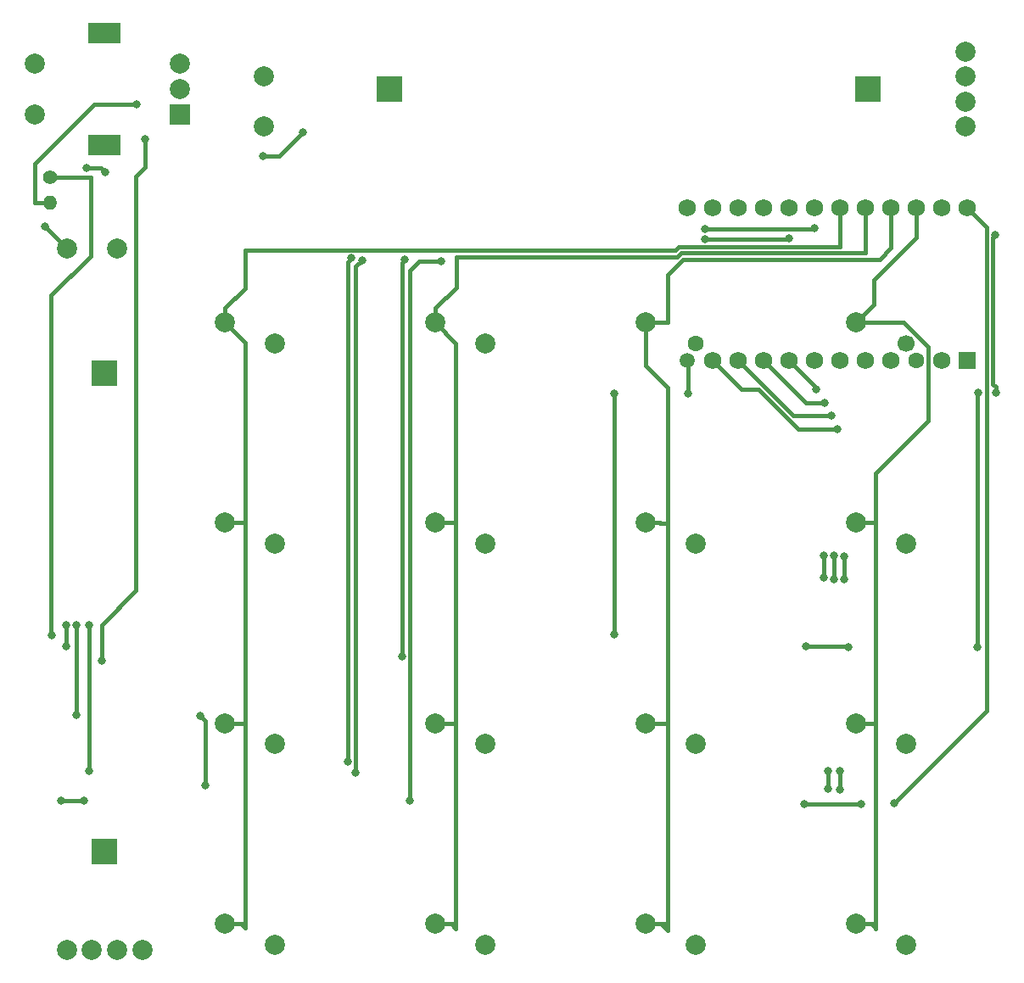
<source format=gbl>
G04 #@! TF.GenerationSoftware,KiCad,Pcbnew,(5.1.0)-1*
G04 #@! TF.CreationDate,2019-03-23T01:01:18+01:00*
G04 #@! TF.ProjectId,Schematic2,53636865-6d61-4746-9963-322e6b696361,rev?*
G04 #@! TF.SameCoordinates,Original*
G04 #@! TF.FileFunction,Copper,L2,Bot*
G04 #@! TF.FilePolarity,Positive*
%FSLAX46Y46*%
G04 Gerber Fmt 4.6, Leading zero omitted, Abs format (unit mm)*
G04 Created by KiCad (PCBNEW (5.1.0)-1) date 2019-03-23 01:01:18*
%MOMM*%
%LPD*%
G04 APERTURE LIST*
%ADD10C,2.000000*%
%ADD11C,1.600000*%
%ADD12R,3.200000X2.000000*%
%ADD13R,2.000000X2.000000*%
%ADD14C,1.700000*%
%ADD15C,1.400000*%
%ADD16O,1.400000X1.400000*%
%ADD17R,2.500000X2.500000*%
%ADD18C,1.752600*%
%ADD19C,1.500000*%
%ADD20R,1.752600X1.752600*%
%ADD21C,0.800000*%
%ADD22C,0.400000*%
G04 APERTURE END LIST*
D10*
X55470000Y-123370000D03*
X50470000Y-121270000D03*
X118470000Y-123370000D03*
X113470000Y-121270000D03*
X118470000Y-103370000D03*
X113470000Y-101270000D03*
X76470000Y-123370000D03*
X71470000Y-121270000D03*
X97470000Y-123370000D03*
X92470000Y-121270000D03*
X118470000Y-83370000D03*
X113470000Y-81270000D03*
D11*
X97470000Y-63370000D03*
D10*
X92470000Y-61270000D03*
X55470000Y-103370000D03*
X50470000Y-101270000D03*
X31470000Y-35470000D03*
X31470000Y-40470000D03*
D12*
X38470000Y-32370000D03*
X38470000Y-43570000D03*
D10*
X45970000Y-35470000D03*
X45970000Y-37970000D03*
D13*
X45970000Y-40470000D03*
D10*
X55470000Y-83370000D03*
X50470000Y-81270000D03*
X97470000Y-103370000D03*
X92470000Y-101270000D03*
X55470000Y-63370000D03*
X50470000Y-61270000D03*
X76470000Y-103370000D03*
X71470000Y-101270000D03*
D14*
X118470000Y-63370000D03*
D10*
X113470000Y-61270000D03*
X97470000Y-83370000D03*
X92470000Y-81270000D03*
X76470000Y-83370000D03*
X71470000Y-81270000D03*
D15*
X33018000Y-46734000D03*
D16*
X33018000Y-49274000D03*
D17*
X38480000Y-114122000D03*
D10*
X39720000Y-53870000D03*
X34720000Y-53870000D03*
X42220000Y-123870000D03*
X39720000Y-123870000D03*
X37220000Y-123870000D03*
X34720000Y-123870000D03*
D17*
X38480000Y-66370000D03*
D10*
X76470000Y-63370000D03*
X71470000Y-61270000D03*
D18*
X124590000Y-49850000D03*
X122050000Y-49850000D03*
X119510000Y-49850000D03*
X116970000Y-49850000D03*
X114430000Y-49850000D03*
X111890000Y-49850000D03*
X109350000Y-49850000D03*
X106810000Y-49850000D03*
X104270000Y-49850000D03*
X101730000Y-49850000D03*
X99190000Y-49850000D03*
X96650000Y-49850000D03*
D19*
X96650000Y-65090000D03*
D18*
X99190000Y-65090000D03*
X101730000Y-65090000D03*
X104270000Y-65090000D03*
X106810000Y-65090000D03*
X109350000Y-65090000D03*
X111890000Y-65090000D03*
X114430000Y-65090000D03*
X116970000Y-65090000D03*
D11*
X119510000Y-65090000D03*
D18*
X122050000Y-65090000D03*
D20*
X124590000Y-65090000D03*
D17*
X114612000Y-37960000D03*
D10*
X54360000Y-36720000D03*
X54360000Y-41720000D03*
X124360000Y-34220000D03*
X124360000Y-36720000D03*
X124360000Y-39220000D03*
X124360000Y-41720000D03*
D17*
X66860000Y-37960000D03*
D21*
X109460000Y-67940000D03*
X110240000Y-86710000D03*
X110240000Y-84540000D03*
X110350000Y-69310000D03*
X110660000Y-107840000D03*
X111040000Y-70600000D03*
X110660000Y-106000000D03*
X111230000Y-86880000D03*
X111270000Y-84560000D03*
X112270000Y-84630000D03*
X111640010Y-71920000D03*
X112320000Y-86880000D03*
X111830000Y-106000000D03*
X111830000Y-107910000D03*
X32510000Y-51687000D03*
X34669000Y-93597000D03*
X34669000Y-91438000D03*
X41692000Y-39533579D03*
X68140000Y-94620000D03*
X68450000Y-54980000D03*
X89370000Y-92430000D03*
X89370000Y-68400000D03*
X96660000Y-68400000D03*
X36447000Y-108964000D03*
X34161000Y-108964000D03*
X38517000Y-46264000D03*
X36680000Y-45860000D03*
X68960000Y-108990000D03*
X72080000Y-55190000D03*
X63540000Y-106170000D03*
X64190000Y-55040000D03*
X98390000Y-52919990D03*
X106800000Y-52900000D03*
X62720000Y-105090000D03*
X63110000Y-54860000D03*
X98373053Y-51920131D03*
X109340000Y-51890000D03*
X108450000Y-93630000D03*
X112720000Y-93640000D03*
X125570000Y-93670000D03*
X125640000Y-68270000D03*
X127420000Y-68250000D03*
X127350000Y-52570000D03*
X47990000Y-100500000D03*
X48550000Y-107500000D03*
X108340000Y-109320000D03*
X113930000Y-109320000D03*
X117270000Y-109270000D03*
X33183000Y-92454000D03*
X42490000Y-42950000D03*
X38160000Y-95040000D03*
X35685000Y-91438000D03*
X35685000Y-100455000D03*
X58279314Y-42249315D03*
X54300000Y-44640000D03*
X36950000Y-91440000D03*
X36900000Y-106050000D03*
D22*
X113470000Y-101270000D02*
X115400000Y-101270000D01*
X113470000Y-121270000D02*
X114884213Y-121270000D01*
X113470000Y-81270000D02*
X115400000Y-81270000D01*
X115400000Y-76310000D02*
X115400000Y-121270000D01*
X119510000Y-52780002D02*
X115230002Y-57060000D01*
X119510000Y-49850000D02*
X119510000Y-52780002D01*
X120660001Y-71049999D02*
X115400000Y-76310000D01*
X118220002Y-61270000D02*
X120660001Y-63709999D01*
X115230002Y-59509998D02*
X113470000Y-61270000D01*
X113470000Y-61270000D02*
X118220002Y-61270000D01*
X120660001Y-63709999D02*
X120660001Y-71049999D01*
X115230002Y-57060000D02*
X115230002Y-59509998D01*
X115400000Y-121720000D02*
X114950000Y-121270000D01*
X115400000Y-121750000D02*
X115400000Y-121720000D01*
X114950000Y-121270000D02*
X115400000Y-121270000D01*
X114884213Y-121270000D02*
X114950000Y-121270000D01*
X115400000Y-121270000D02*
X115400000Y-121750000D01*
X94660000Y-121190000D02*
X94660000Y-101230000D01*
X94700000Y-61280000D02*
X94700000Y-57131998D01*
X92470000Y-65600000D02*
X92470000Y-61270000D01*
X94620000Y-101270000D02*
X94660000Y-101230000D01*
X115810000Y-55000000D02*
X116970000Y-53840000D01*
X96220000Y-55000000D02*
X115810000Y-55000000D01*
X94710000Y-57121998D02*
X94710000Y-56510000D01*
X94660000Y-101230000D02*
X94660000Y-81280000D01*
X94700000Y-57131998D02*
X94710000Y-57121998D01*
X92470000Y-61270000D02*
X93884213Y-61270000D01*
X94580000Y-121270000D02*
X94660000Y-121190000D01*
X94660000Y-67790000D02*
X92470000Y-65600000D01*
X94660000Y-81280000D02*
X94660000Y-67790000D01*
X93894213Y-81280000D02*
X94660000Y-81280000D01*
X116970000Y-53840000D02*
X116970000Y-49850000D01*
X92470000Y-81270000D02*
X93884213Y-81270000D01*
X94710000Y-56510000D02*
X96220000Y-55000000D01*
X92470000Y-101270000D02*
X94620000Y-101270000D01*
X93884213Y-61270000D02*
X93894213Y-61280000D01*
X93884213Y-81270000D02*
X93894213Y-81280000D01*
X93894213Y-61280000D02*
X94700000Y-61280000D01*
X94660000Y-121935000D02*
X93995000Y-121270000D01*
X94660000Y-121965000D02*
X94660000Y-121935000D01*
X93995000Y-121270000D02*
X92470000Y-121270000D01*
X94580000Y-121270000D02*
X93995000Y-121270000D01*
X94660000Y-121965000D02*
X94660000Y-121190000D01*
X71488176Y-101288176D02*
X71470000Y-101270000D01*
X72894213Y-81260000D02*
X73530000Y-81260000D01*
X71488176Y-101367900D02*
X71488176Y-101288176D01*
X73530000Y-63330000D02*
X71470000Y-61270000D01*
X96051458Y-54320000D02*
X114400000Y-54320000D01*
X71470000Y-81270000D02*
X72884213Y-81270000D01*
X73550000Y-57775787D02*
X73550000Y-54770000D01*
X73550000Y-54770000D02*
X95601458Y-54770000D01*
X71470000Y-61270000D02*
X71470000Y-59855787D01*
X71470000Y-101270000D02*
X73530000Y-101270000D01*
X71470000Y-59855787D02*
X73550000Y-57775787D01*
X95601458Y-54770000D02*
X96051458Y-54320000D01*
X114400000Y-54320000D02*
X114430000Y-54290000D01*
X73530000Y-81260000D02*
X73530000Y-63330000D01*
X72884213Y-81270000D02*
X72894213Y-81260000D01*
X114430000Y-54290000D02*
X114430000Y-49850000D01*
X73530000Y-121760000D02*
X73040000Y-121270000D01*
X73530000Y-121790000D02*
X73530000Y-121760000D01*
X73040000Y-121270000D02*
X73530000Y-121270000D01*
X71470000Y-121270000D02*
X73040000Y-121270000D01*
X73530000Y-121790000D02*
X73530000Y-81260000D01*
X50470000Y-101270000D02*
X52500000Y-101270000D01*
X50470000Y-59855787D02*
X52480000Y-57845787D01*
X50470000Y-61270000D02*
X50470000Y-59855787D01*
X52480000Y-57845787D02*
X52480000Y-54060000D01*
X95462916Y-54060000D02*
X95802926Y-53719990D01*
X52480000Y-54060000D02*
X95462916Y-54060000D01*
X95802926Y-53719990D02*
X111830000Y-53719990D01*
X111890000Y-53659990D02*
X111890000Y-49850000D01*
X111830000Y-53719990D02*
X111890000Y-53659990D01*
X50470000Y-81270000D02*
X52500000Y-81270000D01*
X52500000Y-63300000D02*
X50470000Y-61270000D01*
X50470000Y-121270000D02*
X52500000Y-121270000D01*
X52500000Y-121715000D02*
X52070000Y-121285000D01*
X52500000Y-121715000D02*
X52500000Y-63300000D01*
X109460000Y-67740000D02*
X106810000Y-65090000D01*
X109460000Y-67940000D02*
X109460000Y-67740000D01*
X110240000Y-86710000D02*
X110240000Y-84540000D01*
X110350000Y-69310000D02*
X108490000Y-69310000D01*
X108490000Y-69310000D02*
X104270000Y-65090000D01*
X110660000Y-107840000D02*
X110660000Y-106000000D01*
X107240000Y-70600000D02*
X101730000Y-65090000D01*
X111230000Y-86880000D02*
X111230000Y-84600000D01*
X111040000Y-70600000D02*
X107240000Y-70600000D01*
X111230000Y-84600000D02*
X111270000Y-84560000D01*
X102030000Y-67930000D02*
X99190000Y-65090000D01*
X103721458Y-67930000D02*
X102030000Y-67930000D01*
X111640010Y-71920000D02*
X107711458Y-71920000D01*
X112320000Y-84680000D02*
X112270000Y-84630000D01*
X107711458Y-71920000D02*
X103721458Y-67930000D01*
X111830000Y-107910000D02*
X111830000Y-106000000D01*
X112320000Y-86880000D02*
X112320000Y-84680000D01*
X32537000Y-51687000D02*
X34720000Y-53870000D01*
X34669000Y-91438000D02*
X34669000Y-93597000D01*
X32510000Y-51687000D02*
X32537000Y-51687000D01*
X41692000Y-39533579D02*
X37426421Y-39533579D01*
X37426421Y-39533579D02*
X31530000Y-45430000D01*
X31530000Y-45430000D02*
X31530000Y-49260000D01*
X31544000Y-49274000D02*
X33018000Y-49274000D01*
X31530000Y-49260000D02*
X31544000Y-49274000D01*
X68140000Y-94620000D02*
X68140000Y-55290000D01*
X68140000Y-55290000D02*
X68450000Y-54980000D01*
X89370000Y-92430000D02*
X89370000Y-68400000D01*
X96660000Y-65100000D02*
X96650000Y-65090000D01*
X96660000Y-68400000D02*
X96660000Y-65100000D01*
X34161000Y-108964000D02*
X36447000Y-108964000D01*
X38517000Y-46264000D02*
X38113000Y-45860000D01*
X38113000Y-45860000D02*
X36680000Y-45860000D01*
X68960000Y-108990000D02*
X68960000Y-56060000D01*
X68960000Y-56060000D02*
X69830000Y-55190000D01*
X69830000Y-55190000D02*
X72080000Y-55190000D01*
X63540000Y-106170000D02*
X63540000Y-55690000D01*
X63540000Y-55690000D02*
X64190000Y-55040000D01*
X98390000Y-52919990D02*
X106780010Y-52919990D01*
X106780010Y-52919990D02*
X106800000Y-52900000D01*
X62720000Y-105090000D02*
X62720000Y-55250000D01*
X62720000Y-55250000D02*
X63110000Y-54860000D01*
X98373053Y-51920131D02*
X109309869Y-51920131D01*
X109309869Y-51920131D02*
X109340000Y-51890000D01*
X108450000Y-93630000D02*
X112710000Y-93630000D01*
X112710000Y-93630000D02*
X112720000Y-93640000D01*
X125570000Y-93670000D02*
X125570000Y-68340000D01*
X125570000Y-68340000D02*
X125640000Y-68270000D01*
X127420000Y-67684315D02*
X127130010Y-67394325D01*
X127420000Y-68250000D02*
X127420000Y-67684315D01*
X127130010Y-67394325D02*
X127130010Y-52789990D01*
X127130010Y-52789990D02*
X127350000Y-52570000D01*
X47990000Y-100500000D02*
X48550000Y-101060000D01*
X48550000Y-101060000D02*
X48550000Y-107500000D01*
X108340000Y-109320000D02*
X113930000Y-109320000D01*
X126530000Y-51790000D02*
X124590000Y-49850000D01*
X117270000Y-109270000D02*
X126530000Y-100010000D01*
X126530000Y-100010000D02*
X126530000Y-51790000D01*
X76470000Y-103370000D02*
X76470000Y-103449725D01*
X76470000Y-103449725D02*
X76488176Y-103467901D01*
X76470000Y-103380044D02*
X76470000Y-103370000D01*
X76404792Y-103445252D02*
X76470000Y-103380044D01*
X33145000Y-58545000D02*
X33145000Y-59180000D01*
X37082000Y-54608000D02*
X33145000Y-58545000D01*
X37082000Y-46734000D02*
X37082000Y-54608000D01*
X33018000Y-46734000D02*
X37082000Y-46734000D01*
X33145000Y-59180000D02*
X33145000Y-92416000D01*
X33145000Y-92416000D02*
X33183000Y-92454000D01*
X42490000Y-42950000D02*
X42490000Y-45770000D01*
X42490000Y-45770000D02*
X41570000Y-46690000D01*
X41570000Y-46690000D02*
X41570000Y-88040000D01*
X41570000Y-88040000D02*
X38160000Y-91450000D01*
X38160000Y-91450000D02*
X38160000Y-95040000D01*
X35685000Y-91438000D02*
X35685000Y-100455000D01*
X58279314Y-42249315D02*
X55888629Y-44640000D01*
X55888629Y-44640000D02*
X54300000Y-44640000D01*
X36950000Y-91440000D02*
X36950000Y-106000000D01*
X36950000Y-106000000D02*
X36900000Y-106050000D01*
M02*

</source>
